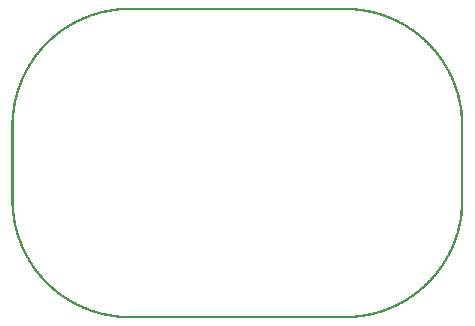
<source format=gbo>
G04 MADE WITH FRITZING*
G04 WWW.FRITZING.ORG*
G04 DOUBLE SIDED*
G04 HOLES PLATED*
G04 CONTOUR ON CENTER OF CONTOUR VECTOR*
%ASAXBY*%
%FSLAX23Y23*%
%MOIN*%
%OFA0B0*%
%SFA1.0B1.0*%
%ADD10R,0.001000X0.001000*%
%LNSILK0*%
G90*
G70*
G54D10*
X374Y1036D02*
X1132Y1036D01*
X360Y1035D02*
X1146Y1035D01*
X350Y1034D02*
X1156Y1034D01*
X341Y1033D02*
X1165Y1033D01*
X334Y1032D02*
X1172Y1032D01*
X328Y1031D02*
X1178Y1031D01*
X322Y1030D02*
X1184Y1030D01*
X317Y1029D02*
X1189Y1029D01*
X312Y1028D02*
X373Y1028D01*
X1133Y1028D02*
X1194Y1028D01*
X308Y1027D02*
X359Y1027D01*
X1147Y1027D02*
X1198Y1027D01*
X303Y1026D02*
X349Y1026D01*
X1157Y1026D02*
X1203Y1026D01*
X299Y1025D02*
X341Y1025D01*
X1165Y1025D02*
X1207Y1025D01*
X295Y1024D02*
X333Y1024D01*
X1173Y1024D02*
X1211Y1024D01*
X292Y1023D02*
X327Y1023D01*
X1179Y1023D02*
X1214Y1023D01*
X288Y1022D02*
X322Y1022D01*
X1184Y1022D02*
X1218Y1022D01*
X284Y1021D02*
X317Y1021D01*
X1189Y1021D02*
X1222Y1021D01*
X281Y1020D02*
X312Y1020D01*
X1194Y1020D02*
X1225Y1020D01*
X278Y1019D02*
X307Y1019D01*
X1199Y1019D02*
X1228Y1019D01*
X274Y1018D02*
X303Y1018D01*
X1203Y1018D02*
X1232Y1018D01*
X271Y1017D02*
X299Y1017D01*
X1207Y1017D02*
X1235Y1017D01*
X268Y1016D02*
X295Y1016D01*
X1211Y1016D02*
X1238Y1016D01*
X265Y1015D02*
X291Y1015D01*
X1215Y1015D02*
X1241Y1015D01*
X263Y1014D02*
X287Y1014D01*
X1219Y1014D02*
X1243Y1014D01*
X260Y1013D02*
X284Y1013D01*
X1222Y1013D02*
X1246Y1013D01*
X257Y1012D02*
X281Y1012D01*
X1225Y1012D02*
X1249Y1012D01*
X255Y1011D02*
X277Y1011D01*
X1229Y1011D02*
X1251Y1011D01*
X252Y1010D02*
X274Y1010D01*
X1232Y1010D02*
X1254Y1010D01*
X249Y1009D02*
X271Y1009D01*
X1234Y1009D02*
X1257Y1009D01*
X247Y1008D02*
X269Y1008D01*
X1237Y1008D02*
X1259Y1008D01*
X244Y1007D02*
X266Y1007D01*
X1240Y1007D02*
X1262Y1007D01*
X242Y1006D02*
X263Y1006D01*
X1243Y1006D02*
X1264Y1006D01*
X240Y1005D02*
X260Y1005D01*
X1246Y1005D02*
X1266Y1005D01*
X237Y1004D02*
X257Y1004D01*
X1249Y1004D02*
X1269Y1004D01*
X235Y1003D02*
X255Y1003D01*
X1251Y1003D02*
X1271Y1003D01*
X233Y1002D02*
X252Y1002D01*
X1254Y1002D02*
X1273Y1002D01*
X231Y1001D02*
X250Y1001D01*
X1256Y1001D02*
X1275Y1001D01*
X228Y1000D02*
X247Y1000D01*
X1259Y1000D02*
X1278Y1000D01*
X226Y999D02*
X245Y999D01*
X1261Y999D02*
X1280Y999D01*
X224Y998D02*
X242Y998D01*
X1264Y998D02*
X1282Y998D01*
X222Y997D02*
X240Y997D01*
X1266Y997D02*
X1284Y997D01*
X220Y996D02*
X238Y996D01*
X1268Y996D02*
X1286Y996D01*
X218Y995D02*
X235Y995D01*
X1271Y995D02*
X1288Y995D01*
X216Y994D02*
X233Y994D01*
X1273Y994D02*
X1290Y994D01*
X214Y993D02*
X231Y993D01*
X1275Y993D02*
X1292Y993D01*
X212Y992D02*
X229Y992D01*
X1277Y992D02*
X1294Y992D01*
X210Y991D02*
X227Y991D01*
X1279Y991D02*
X1296Y991D01*
X208Y990D02*
X225Y990D01*
X1281Y990D02*
X1298Y990D01*
X206Y989D02*
X223Y989D01*
X1283Y989D02*
X1300Y989D01*
X205Y988D02*
X221Y988D01*
X1285Y988D02*
X1301Y988D01*
X203Y987D02*
X219Y987D01*
X1287Y987D02*
X1303Y987D01*
X201Y986D02*
X217Y986D01*
X1289Y986D02*
X1305Y986D01*
X199Y985D02*
X215Y985D01*
X1291Y985D02*
X1307Y985D01*
X198Y984D02*
X213Y984D01*
X1293Y984D02*
X1308Y984D01*
X196Y983D02*
X211Y983D01*
X1295Y983D02*
X1310Y983D01*
X194Y982D02*
X209Y982D01*
X1297Y982D02*
X1312Y982D01*
X192Y981D02*
X207Y981D01*
X1299Y981D02*
X1314Y981D01*
X191Y980D02*
X205Y980D01*
X1301Y980D02*
X1315Y980D01*
X189Y979D02*
X204Y979D01*
X1302Y979D02*
X1317Y979D01*
X187Y978D02*
X202Y978D01*
X1304Y978D02*
X1319Y978D01*
X186Y977D02*
X200Y977D01*
X1306Y977D02*
X1320Y977D01*
X184Y976D02*
X199Y976D01*
X1307Y976D02*
X1322Y976D01*
X183Y975D02*
X197Y975D01*
X1309Y975D02*
X1323Y975D01*
X181Y974D02*
X195Y974D01*
X1311Y974D02*
X1325Y974D01*
X180Y973D02*
X193Y973D01*
X1313Y973D02*
X1326Y973D01*
X178Y972D02*
X192Y972D01*
X1314Y972D02*
X1328Y972D01*
X177Y971D02*
X190Y971D01*
X1316Y971D02*
X1329Y971D01*
X175Y970D02*
X189Y970D01*
X1317Y970D02*
X1331Y970D01*
X173Y969D02*
X187Y969D01*
X1319Y969D02*
X1333Y969D01*
X172Y968D02*
X185Y968D01*
X1321Y968D02*
X1334Y968D01*
X171Y967D02*
X184Y967D01*
X1322Y967D02*
X1335Y967D01*
X169Y966D02*
X182Y966D01*
X1324Y966D02*
X1337Y966D01*
X168Y965D02*
X181Y965D01*
X1325Y965D02*
X1338Y965D01*
X166Y964D02*
X179Y964D01*
X1327Y964D02*
X1340Y964D01*
X165Y963D02*
X178Y963D01*
X1328Y963D02*
X1341Y963D01*
X164Y962D02*
X176Y962D01*
X1330Y962D02*
X1342Y962D01*
X162Y961D02*
X175Y961D01*
X1331Y961D02*
X1344Y961D01*
X161Y960D02*
X173Y960D01*
X1333Y960D02*
X1345Y960D01*
X159Y959D02*
X172Y959D01*
X1334Y959D02*
X1347Y959D01*
X158Y958D02*
X171Y958D01*
X1335Y958D02*
X1348Y958D01*
X157Y957D02*
X169Y957D01*
X1337Y957D02*
X1349Y957D01*
X155Y956D02*
X168Y956D01*
X1338Y956D02*
X1351Y956D01*
X154Y955D02*
X166Y955D01*
X1340Y955D02*
X1352Y955D01*
X153Y954D02*
X165Y954D01*
X1341Y954D02*
X1353Y954D01*
X152Y953D02*
X164Y953D01*
X1342Y953D02*
X1354Y953D01*
X150Y952D02*
X162Y952D01*
X1344Y952D02*
X1356Y952D01*
X149Y951D02*
X161Y951D01*
X1345Y951D02*
X1357Y951D01*
X148Y950D02*
X160Y950D01*
X1346Y950D02*
X1358Y950D01*
X147Y949D02*
X158Y949D01*
X1348Y949D02*
X1359Y949D01*
X145Y948D02*
X157Y948D01*
X1349Y948D02*
X1361Y948D01*
X144Y947D02*
X156Y947D01*
X1350Y947D02*
X1362Y947D01*
X143Y946D02*
X155Y946D01*
X1351Y946D02*
X1363Y946D01*
X142Y945D02*
X153Y945D01*
X1353Y945D02*
X1364Y945D01*
X140Y944D02*
X152Y944D01*
X1354Y944D02*
X1366Y944D01*
X139Y943D02*
X151Y943D01*
X1355Y943D02*
X1367Y943D01*
X138Y942D02*
X150Y942D01*
X1356Y942D02*
X1368Y942D01*
X137Y941D02*
X148Y941D01*
X1358Y941D02*
X1369Y941D01*
X136Y940D02*
X147Y940D01*
X1359Y940D02*
X1370Y940D01*
X135Y939D02*
X146Y939D01*
X1360Y939D02*
X1371Y939D01*
X134Y938D02*
X145Y938D01*
X1361Y938D02*
X1372Y938D01*
X132Y937D02*
X144Y937D01*
X1362Y937D02*
X1374Y937D01*
X131Y936D02*
X142Y936D01*
X1364Y936D02*
X1375Y936D01*
X130Y935D02*
X141Y935D01*
X1365Y935D02*
X1376Y935D01*
X129Y934D02*
X140Y934D01*
X1366Y934D02*
X1377Y934D01*
X128Y933D02*
X139Y933D01*
X1367Y933D02*
X1378Y933D01*
X127Y932D02*
X138Y932D01*
X1368Y932D02*
X1379Y932D01*
X126Y931D02*
X137Y931D01*
X1369Y931D02*
X1380Y931D01*
X125Y930D02*
X135Y930D01*
X1371Y930D02*
X1381Y930D01*
X124Y929D02*
X134Y929D01*
X1372Y929D02*
X1382Y929D01*
X123Y928D02*
X133Y928D01*
X1373Y928D02*
X1383Y928D01*
X122Y927D02*
X132Y927D01*
X1374Y927D02*
X1384Y927D01*
X121Y926D02*
X131Y926D01*
X1375Y926D02*
X1385Y926D01*
X119Y925D02*
X130Y925D01*
X1376Y925D02*
X1387Y925D01*
X118Y924D02*
X129Y924D01*
X1377Y924D02*
X1388Y924D01*
X117Y923D02*
X128Y923D01*
X1378Y923D02*
X1389Y923D01*
X116Y922D02*
X127Y922D01*
X1379Y922D02*
X1390Y922D01*
X115Y921D02*
X126Y921D01*
X1380Y921D02*
X1391Y921D01*
X114Y920D02*
X125Y920D01*
X1381Y920D02*
X1392Y920D01*
X113Y919D02*
X124Y919D01*
X1382Y919D02*
X1393Y919D01*
X112Y918D02*
X123Y918D01*
X1383Y918D02*
X1394Y918D01*
X111Y917D02*
X122Y917D01*
X1384Y917D02*
X1394Y917D01*
X111Y916D02*
X121Y916D01*
X1385Y916D02*
X1395Y916D01*
X110Y915D02*
X120Y915D01*
X1386Y915D02*
X1396Y915D01*
X109Y914D02*
X119Y914D01*
X1387Y914D02*
X1397Y914D01*
X108Y913D02*
X118Y913D01*
X1388Y913D02*
X1398Y913D01*
X107Y912D02*
X117Y912D01*
X1389Y912D02*
X1399Y912D01*
X106Y911D02*
X116Y911D01*
X1390Y911D02*
X1400Y911D01*
X105Y910D02*
X115Y910D01*
X1391Y910D02*
X1401Y910D01*
X104Y909D02*
X114Y909D01*
X1392Y909D02*
X1402Y909D01*
X103Y908D02*
X113Y908D01*
X1393Y908D02*
X1403Y908D01*
X102Y907D02*
X112Y907D01*
X1394Y907D02*
X1404Y907D01*
X101Y906D02*
X111Y906D01*
X1395Y906D02*
X1405Y906D01*
X100Y905D02*
X110Y905D01*
X1396Y905D02*
X1406Y905D01*
X99Y904D02*
X109Y904D01*
X1397Y904D02*
X1407Y904D01*
X99Y903D02*
X108Y903D01*
X1398Y903D02*
X1407Y903D01*
X98Y902D02*
X107Y902D01*
X1399Y902D02*
X1408Y902D01*
X97Y901D02*
X106Y901D01*
X1400Y901D02*
X1409Y901D01*
X96Y900D02*
X106Y900D01*
X1400Y900D02*
X1410Y900D01*
X95Y899D02*
X105Y899D01*
X1401Y899D02*
X1411Y899D01*
X94Y898D02*
X104Y898D01*
X1402Y898D02*
X1412Y898D01*
X93Y897D02*
X103Y897D01*
X1403Y897D02*
X1413Y897D01*
X92Y896D02*
X102Y896D01*
X1404Y896D02*
X1414Y896D01*
X92Y895D02*
X101Y895D01*
X1405Y895D02*
X1414Y895D01*
X91Y894D02*
X100Y894D01*
X1406Y894D02*
X1415Y894D01*
X90Y893D02*
X99Y893D01*
X1407Y893D02*
X1416Y893D01*
X89Y892D02*
X99Y892D01*
X1407Y892D02*
X1417Y892D01*
X88Y891D02*
X98Y891D01*
X1408Y891D02*
X1418Y891D01*
X88Y890D02*
X97Y890D01*
X1409Y890D02*
X1418Y890D01*
X87Y889D02*
X96Y889D01*
X1410Y889D02*
X1419Y889D01*
X86Y888D02*
X95Y888D01*
X1411Y888D02*
X1420Y888D01*
X85Y887D02*
X94Y887D01*
X1412Y887D02*
X1421Y887D01*
X84Y886D02*
X94Y886D01*
X1412Y886D02*
X1422Y886D01*
X84Y885D02*
X93Y885D01*
X1413Y885D02*
X1422Y885D01*
X83Y884D02*
X92Y884D01*
X1414Y884D02*
X1423Y884D01*
X82Y883D02*
X91Y883D01*
X1415Y883D02*
X1424Y883D01*
X81Y882D02*
X90Y882D01*
X1416Y882D02*
X1425Y882D01*
X80Y881D02*
X90Y881D01*
X1416Y881D02*
X1425Y881D01*
X80Y880D02*
X89Y880D01*
X1417Y880D02*
X1426Y880D01*
X79Y879D02*
X88Y879D01*
X1418Y879D02*
X1427Y879D01*
X78Y878D02*
X87Y878D01*
X1419Y878D02*
X1428Y878D01*
X77Y877D02*
X86Y877D01*
X1420Y877D02*
X1429Y877D01*
X77Y876D02*
X86Y876D01*
X1420Y876D02*
X1429Y876D01*
X76Y875D02*
X85Y875D01*
X1421Y875D02*
X1430Y875D01*
X75Y874D02*
X84Y874D01*
X1422Y874D02*
X1431Y874D01*
X75Y873D02*
X83Y873D01*
X1423Y873D02*
X1431Y873D01*
X74Y872D02*
X83Y872D01*
X1423Y872D02*
X1432Y872D01*
X73Y871D02*
X82Y871D01*
X1424Y871D02*
X1433Y871D01*
X72Y870D02*
X81Y870D01*
X1425Y870D02*
X1434Y870D01*
X72Y869D02*
X81Y869D01*
X1425Y869D02*
X1434Y869D01*
X71Y868D02*
X80Y868D01*
X1426Y868D02*
X1435Y868D01*
X70Y867D02*
X79Y867D01*
X1427Y867D02*
X1436Y867D01*
X70Y866D02*
X78Y866D01*
X1428Y866D02*
X1436Y866D01*
X69Y865D02*
X78Y865D01*
X1428Y865D02*
X1437Y865D01*
X68Y864D02*
X77Y864D01*
X1429Y864D02*
X1438Y864D01*
X68Y863D02*
X76Y863D01*
X1430Y863D02*
X1438Y863D01*
X67Y862D02*
X76Y862D01*
X1430Y862D02*
X1439Y862D01*
X66Y861D02*
X75Y861D01*
X1431Y861D02*
X1440Y861D01*
X66Y860D02*
X74Y860D01*
X1432Y860D02*
X1440Y860D01*
X65Y859D02*
X73Y859D01*
X1433Y859D02*
X1441Y859D01*
X64Y858D02*
X73Y858D01*
X1433Y858D02*
X1442Y858D01*
X64Y857D02*
X72Y857D01*
X1434Y857D02*
X1442Y857D01*
X63Y856D02*
X71Y856D01*
X1435Y856D02*
X1443Y856D01*
X62Y855D02*
X71Y855D01*
X1435Y855D02*
X1444Y855D01*
X62Y854D02*
X70Y854D01*
X1436Y854D02*
X1444Y854D01*
X61Y853D02*
X69Y853D01*
X1437Y853D02*
X1445Y853D01*
X60Y852D02*
X69Y852D01*
X1437Y852D02*
X1446Y852D01*
X60Y851D02*
X68Y851D01*
X1438Y851D02*
X1446Y851D01*
X59Y850D02*
X68Y850D01*
X1438Y850D02*
X1447Y850D01*
X59Y849D02*
X67Y849D01*
X1439Y849D02*
X1447Y849D01*
X58Y848D02*
X66Y848D01*
X1440Y848D02*
X1448Y848D01*
X57Y847D02*
X66Y847D01*
X1440Y847D02*
X1449Y847D01*
X57Y846D02*
X65Y846D01*
X1441Y846D02*
X1449Y846D01*
X56Y845D02*
X64Y845D01*
X1442Y845D02*
X1450Y845D01*
X56Y844D02*
X64Y844D01*
X1442Y844D02*
X1450Y844D01*
X55Y843D02*
X63Y843D01*
X1443Y843D02*
X1451Y843D01*
X54Y842D02*
X62Y842D01*
X1444Y842D02*
X1452Y842D01*
X54Y841D02*
X62Y841D01*
X1444Y841D02*
X1452Y841D01*
X53Y840D02*
X61Y840D01*
X1445Y840D02*
X1453Y840D01*
X53Y839D02*
X61Y839D01*
X1445Y839D02*
X1453Y839D01*
X52Y838D02*
X60Y838D01*
X1446Y838D02*
X1454Y838D01*
X52Y837D02*
X60Y837D01*
X1446Y837D02*
X1454Y837D01*
X51Y836D02*
X59Y836D01*
X1447Y836D02*
X1455Y836D01*
X50Y835D02*
X58Y835D01*
X1448Y835D02*
X1456Y835D01*
X50Y834D02*
X58Y834D01*
X1448Y834D02*
X1456Y834D01*
X49Y833D02*
X57Y833D01*
X1449Y833D02*
X1457Y833D01*
X49Y832D02*
X57Y832D01*
X1449Y832D02*
X1457Y832D01*
X48Y831D02*
X56Y831D01*
X1450Y831D02*
X1458Y831D01*
X48Y830D02*
X56Y830D01*
X1450Y830D02*
X1458Y830D01*
X47Y829D02*
X55Y829D01*
X1451Y829D02*
X1459Y829D01*
X46Y828D02*
X54Y828D01*
X1452Y828D02*
X1460Y828D01*
X46Y827D02*
X54Y827D01*
X1452Y827D02*
X1460Y827D01*
X45Y826D02*
X53Y826D01*
X1453Y826D02*
X1461Y826D01*
X45Y825D02*
X53Y825D01*
X1453Y825D02*
X1461Y825D01*
X44Y824D02*
X52Y824D01*
X1454Y824D02*
X1462Y824D01*
X44Y823D02*
X52Y823D01*
X1454Y823D02*
X1462Y823D01*
X43Y822D02*
X51Y822D01*
X1455Y822D02*
X1463Y822D01*
X43Y821D02*
X51Y821D01*
X1455Y821D02*
X1463Y821D01*
X42Y820D02*
X50Y820D01*
X1456Y820D02*
X1464Y820D01*
X42Y819D02*
X50Y819D01*
X1456Y819D02*
X1464Y819D01*
X41Y818D02*
X49Y818D01*
X1457Y818D02*
X1465Y818D01*
X41Y817D02*
X49Y817D01*
X1457Y817D02*
X1465Y817D01*
X40Y816D02*
X48Y816D01*
X1458Y816D02*
X1466Y816D01*
X40Y815D02*
X48Y815D01*
X1458Y815D02*
X1466Y815D01*
X39Y814D02*
X47Y814D01*
X1459Y814D02*
X1467Y814D01*
X39Y813D02*
X47Y813D01*
X1459Y813D02*
X1467Y813D01*
X38Y812D02*
X46Y812D01*
X1460Y812D02*
X1468Y812D01*
X38Y811D02*
X46Y811D01*
X1460Y811D02*
X1468Y811D01*
X37Y810D02*
X45Y810D01*
X1461Y810D02*
X1469Y810D01*
X37Y809D02*
X45Y809D01*
X1461Y809D02*
X1469Y809D01*
X37Y808D02*
X44Y808D01*
X1462Y808D02*
X1469Y808D01*
X36Y807D02*
X44Y807D01*
X1462Y807D02*
X1470Y807D01*
X36Y806D02*
X43Y806D01*
X1463Y806D02*
X1470Y806D01*
X35Y805D02*
X43Y805D01*
X1463Y805D02*
X1471Y805D01*
X35Y804D02*
X42Y804D01*
X1464Y804D02*
X1471Y804D01*
X34Y803D02*
X42Y803D01*
X1464Y803D02*
X1472Y803D01*
X34Y802D02*
X41Y802D01*
X1465Y802D02*
X1472Y802D01*
X33Y801D02*
X41Y801D01*
X1465Y801D02*
X1473Y801D01*
X33Y800D02*
X41Y800D01*
X1465Y800D02*
X1473Y800D01*
X33Y799D02*
X40Y799D01*
X1466Y799D02*
X1473Y799D01*
X32Y798D02*
X40Y798D01*
X1466Y798D02*
X1474Y798D01*
X32Y797D02*
X39Y797D01*
X1467Y797D02*
X1474Y797D01*
X31Y796D02*
X39Y796D01*
X1467Y796D02*
X1475Y796D01*
X31Y795D02*
X38Y795D01*
X1468Y795D02*
X1475Y795D01*
X30Y794D02*
X38Y794D01*
X1468Y794D02*
X1476Y794D01*
X30Y793D02*
X37Y793D01*
X1469Y793D02*
X1476Y793D01*
X30Y792D02*
X37Y792D01*
X1469Y792D02*
X1476Y792D01*
X29Y791D02*
X37Y791D01*
X1469Y791D02*
X1477Y791D01*
X29Y790D02*
X36Y790D01*
X1470Y790D02*
X1477Y790D01*
X28Y789D02*
X36Y789D01*
X1470Y789D02*
X1478Y789D01*
X28Y788D02*
X35Y788D01*
X1471Y788D02*
X1478Y788D01*
X28Y787D02*
X35Y787D01*
X1471Y787D02*
X1478Y787D01*
X27Y786D02*
X35Y786D01*
X1471Y786D02*
X1479Y786D01*
X27Y785D02*
X34Y785D01*
X1472Y785D02*
X1479Y785D01*
X26Y784D02*
X34Y784D01*
X1472Y784D02*
X1480Y784D01*
X26Y783D02*
X33Y783D01*
X1473Y783D02*
X1480Y783D01*
X26Y782D02*
X33Y782D01*
X1473Y782D02*
X1480Y782D01*
X25Y781D02*
X33Y781D01*
X1473Y781D02*
X1481Y781D01*
X25Y780D02*
X32Y780D01*
X1474Y780D02*
X1481Y780D01*
X24Y779D02*
X32Y779D01*
X1474Y779D02*
X1482Y779D01*
X24Y778D02*
X31Y778D01*
X1475Y778D02*
X1482Y778D01*
X24Y777D02*
X31Y777D01*
X1475Y777D02*
X1482Y777D01*
X23Y776D02*
X31Y776D01*
X1475Y776D02*
X1483Y776D01*
X23Y775D02*
X30Y775D01*
X1476Y775D02*
X1483Y775D01*
X23Y774D02*
X30Y774D01*
X1476Y774D02*
X1483Y774D01*
X22Y773D02*
X30Y773D01*
X1476Y773D02*
X1484Y773D01*
X22Y772D02*
X29Y772D01*
X1477Y772D02*
X1484Y772D01*
X22Y771D02*
X29Y771D01*
X1477Y771D02*
X1484Y771D01*
X21Y770D02*
X29Y770D01*
X1477Y770D02*
X1485Y770D01*
X21Y769D02*
X28Y769D01*
X1478Y769D02*
X1485Y769D01*
X21Y768D02*
X28Y768D01*
X1478Y768D02*
X1485Y768D01*
X20Y767D02*
X28Y767D01*
X1478Y767D02*
X1486Y767D01*
X20Y766D02*
X27Y766D01*
X1479Y766D02*
X1486Y766D01*
X20Y765D02*
X27Y765D01*
X1479Y765D02*
X1486Y765D01*
X19Y764D02*
X27Y764D01*
X1479Y764D02*
X1487Y764D01*
X19Y763D02*
X26Y763D01*
X1480Y763D02*
X1487Y763D01*
X19Y762D02*
X26Y762D01*
X1480Y762D02*
X1487Y762D01*
X18Y761D02*
X26Y761D01*
X1480Y761D02*
X1488Y761D01*
X18Y760D02*
X25Y760D01*
X1481Y760D02*
X1488Y760D01*
X18Y759D02*
X25Y759D01*
X1481Y759D02*
X1488Y759D01*
X17Y758D02*
X25Y758D01*
X1481Y758D02*
X1489Y758D01*
X17Y757D02*
X24Y757D01*
X1482Y757D02*
X1489Y757D01*
X17Y756D02*
X24Y756D01*
X1482Y756D02*
X1489Y756D01*
X16Y755D02*
X24Y755D01*
X1482Y755D02*
X1490Y755D01*
X16Y754D02*
X23Y754D01*
X1483Y754D02*
X1490Y754D01*
X16Y753D02*
X23Y753D01*
X1483Y753D02*
X1490Y753D01*
X16Y752D02*
X23Y752D01*
X1483Y752D02*
X1490Y752D01*
X15Y751D02*
X22Y751D01*
X1484Y751D02*
X1491Y751D01*
X15Y750D02*
X22Y750D01*
X1484Y750D02*
X1491Y750D01*
X15Y749D02*
X22Y749D01*
X1484Y749D02*
X1491Y749D01*
X14Y748D02*
X22Y748D01*
X1484Y748D02*
X1492Y748D01*
X14Y747D02*
X21Y747D01*
X1485Y747D02*
X1492Y747D01*
X14Y746D02*
X21Y746D01*
X1485Y746D02*
X1492Y746D01*
X14Y745D02*
X21Y745D01*
X1485Y745D02*
X1492Y745D01*
X13Y744D02*
X20Y744D01*
X1486Y744D02*
X1493Y744D01*
X13Y743D02*
X20Y743D01*
X1486Y743D02*
X1493Y743D01*
X13Y742D02*
X20Y742D01*
X1486Y742D02*
X1493Y742D01*
X13Y741D02*
X20Y741D01*
X1486Y741D02*
X1493Y741D01*
X12Y740D02*
X19Y740D01*
X1487Y740D02*
X1494Y740D01*
X12Y739D02*
X19Y739D01*
X1487Y739D02*
X1494Y739D01*
X12Y738D02*
X19Y738D01*
X1487Y738D02*
X1494Y738D01*
X12Y737D02*
X19Y737D01*
X1487Y737D02*
X1494Y737D01*
X11Y736D02*
X18Y736D01*
X1488Y736D02*
X1495Y736D01*
X11Y735D02*
X18Y735D01*
X1488Y735D02*
X1495Y735D01*
X11Y734D02*
X18Y734D01*
X1488Y734D02*
X1495Y734D01*
X11Y733D02*
X18Y733D01*
X1488Y733D02*
X1495Y733D01*
X10Y732D02*
X17Y732D01*
X1489Y732D02*
X1496Y732D01*
X10Y731D02*
X17Y731D01*
X1489Y731D02*
X1496Y731D01*
X10Y730D02*
X17Y730D01*
X1489Y730D02*
X1496Y730D01*
X10Y729D02*
X17Y729D01*
X1489Y729D02*
X1496Y729D01*
X9Y728D02*
X17Y728D01*
X1489Y728D02*
X1497Y728D01*
X9Y727D02*
X16Y727D01*
X1490Y727D02*
X1497Y727D01*
X9Y726D02*
X16Y726D01*
X1490Y726D02*
X1497Y726D01*
X9Y725D02*
X16Y725D01*
X1490Y725D02*
X1497Y725D01*
X9Y724D02*
X16Y724D01*
X1490Y724D02*
X1497Y724D01*
X8Y723D02*
X15Y723D01*
X1491Y723D02*
X1498Y723D01*
X8Y722D02*
X15Y722D01*
X1491Y722D02*
X1498Y722D01*
X8Y721D02*
X15Y721D01*
X1491Y721D02*
X1498Y721D01*
X8Y720D02*
X15Y720D01*
X1491Y720D02*
X1498Y720D01*
X8Y719D02*
X15Y719D01*
X1491Y719D02*
X1498Y719D01*
X7Y718D02*
X14Y718D01*
X1492Y718D02*
X1499Y718D01*
X7Y717D02*
X14Y717D01*
X1492Y717D02*
X1499Y717D01*
X7Y716D02*
X14Y716D01*
X1492Y716D02*
X1499Y716D01*
X7Y715D02*
X14Y715D01*
X1492Y715D02*
X1499Y715D01*
X7Y714D02*
X14Y714D01*
X1492Y714D02*
X1499Y714D01*
X6Y713D02*
X13Y713D01*
X1493Y713D02*
X1500Y713D01*
X6Y712D02*
X13Y712D01*
X1493Y712D02*
X1500Y712D01*
X6Y711D02*
X13Y711D01*
X1493Y711D02*
X1500Y711D01*
X6Y710D02*
X13Y710D01*
X1493Y710D02*
X1500Y710D01*
X6Y709D02*
X13Y709D01*
X1493Y709D02*
X1500Y709D01*
X6Y708D02*
X13Y708D01*
X1493Y708D02*
X1500Y708D01*
X5Y707D02*
X12Y707D01*
X1494Y707D02*
X1501Y707D01*
X5Y706D02*
X12Y706D01*
X1494Y706D02*
X1501Y706D01*
X5Y705D02*
X12Y705D01*
X1494Y705D02*
X1501Y705D01*
X5Y704D02*
X12Y704D01*
X1494Y704D02*
X1501Y704D01*
X5Y703D02*
X12Y703D01*
X1494Y703D02*
X1501Y703D01*
X5Y702D02*
X12Y702D01*
X1494Y702D02*
X1501Y702D01*
X4Y701D02*
X11Y701D01*
X1495Y701D02*
X1502Y701D01*
X4Y700D02*
X11Y700D01*
X1495Y700D02*
X1502Y700D01*
X4Y699D02*
X11Y699D01*
X1495Y699D02*
X1502Y699D01*
X4Y698D02*
X11Y698D01*
X1495Y698D02*
X1502Y698D01*
X4Y697D02*
X11Y697D01*
X1495Y697D02*
X1502Y697D01*
X4Y696D02*
X11Y696D01*
X1495Y696D02*
X1502Y696D01*
X4Y695D02*
X11Y695D01*
X1495Y695D02*
X1502Y695D01*
X3Y694D02*
X10Y694D01*
X1496Y694D02*
X1503Y694D01*
X3Y693D02*
X10Y693D01*
X1496Y693D02*
X1503Y693D01*
X3Y692D02*
X10Y692D01*
X1496Y692D02*
X1503Y692D01*
X3Y691D02*
X10Y691D01*
X1496Y691D02*
X1503Y691D01*
X3Y690D02*
X10Y690D01*
X1496Y690D02*
X1503Y690D01*
X3Y689D02*
X10Y689D01*
X1496Y689D02*
X1503Y689D01*
X3Y688D02*
X10Y688D01*
X1496Y688D02*
X1503Y688D01*
X3Y687D02*
X10Y687D01*
X1496Y687D02*
X1503Y687D01*
X2Y686D02*
X9Y686D01*
X1497Y686D02*
X1504Y686D01*
X2Y685D02*
X9Y685D01*
X1497Y685D02*
X1504Y685D01*
X2Y684D02*
X9Y684D01*
X1497Y684D02*
X1504Y684D01*
X2Y683D02*
X9Y683D01*
X1497Y683D02*
X1504Y683D01*
X2Y682D02*
X9Y682D01*
X1497Y682D02*
X1504Y682D01*
X2Y681D02*
X9Y681D01*
X1497Y681D02*
X1504Y681D01*
X2Y680D02*
X9Y680D01*
X1497Y680D02*
X1504Y680D01*
X2Y679D02*
X9Y679D01*
X1497Y679D02*
X1504Y679D01*
X2Y678D02*
X9Y678D01*
X1497Y678D02*
X1504Y678D01*
X2Y677D02*
X9Y677D01*
X1497Y677D02*
X1504Y677D01*
X1Y676D02*
X8Y676D01*
X1498Y676D02*
X1505Y676D01*
X1Y675D02*
X8Y675D01*
X1498Y675D02*
X1505Y675D01*
X1Y674D02*
X8Y674D01*
X1498Y674D02*
X1505Y674D01*
X1Y673D02*
X8Y673D01*
X1498Y673D02*
X1505Y673D01*
X1Y672D02*
X8Y672D01*
X1498Y672D02*
X1505Y672D01*
X1Y671D02*
X8Y671D01*
X1498Y671D02*
X1505Y671D01*
X1Y670D02*
X8Y670D01*
X1498Y670D02*
X1505Y670D01*
X1Y669D02*
X8Y669D01*
X1498Y669D02*
X1505Y669D01*
X1Y668D02*
X8Y668D01*
X1498Y668D02*
X1505Y668D01*
X1Y667D02*
X8Y667D01*
X1498Y667D02*
X1505Y667D01*
X1Y666D02*
X8Y666D01*
X1498Y666D02*
X1505Y666D01*
X1Y665D02*
X8Y665D01*
X1498Y665D02*
X1505Y665D01*
X1Y664D02*
X8Y664D01*
X1498Y664D02*
X1505Y664D01*
X1Y663D02*
X8Y663D01*
X1498Y663D02*
X1505Y663D01*
X0Y662D02*
X7Y662D01*
X1498Y662D02*
X1506Y662D01*
X0Y661D02*
X7Y661D01*
X1499Y661D02*
X1506Y661D01*
X0Y660D02*
X7Y660D01*
X1499Y660D02*
X1506Y660D01*
X0Y659D02*
X7Y659D01*
X1499Y659D02*
X1506Y659D01*
X0Y658D02*
X7Y658D01*
X1499Y658D02*
X1506Y658D01*
X0Y657D02*
X7Y657D01*
X1499Y657D02*
X1506Y657D01*
X0Y656D02*
X7Y656D01*
X1499Y656D02*
X1506Y656D01*
X0Y655D02*
X7Y655D01*
X1499Y655D02*
X1506Y655D01*
X0Y654D02*
X7Y654D01*
X1499Y654D02*
X1506Y654D01*
X0Y653D02*
X7Y653D01*
X1499Y653D02*
X1506Y653D01*
X0Y652D02*
X7Y652D01*
X1499Y652D02*
X1506Y652D01*
X0Y651D02*
X7Y651D01*
X1499Y651D02*
X1506Y651D01*
X0Y650D02*
X7Y650D01*
X1499Y650D02*
X1506Y650D01*
X0Y649D02*
X7Y649D01*
X1499Y649D02*
X1506Y649D01*
X0Y648D02*
X7Y648D01*
X1499Y648D02*
X1506Y648D01*
X0Y647D02*
X7Y647D01*
X1499Y647D02*
X1506Y647D01*
X0Y646D02*
X7Y646D01*
X1499Y646D02*
X1506Y646D01*
X0Y645D02*
X7Y645D01*
X1499Y645D02*
X1506Y645D01*
X0Y644D02*
X7Y644D01*
X1499Y644D02*
X1506Y644D01*
X0Y643D02*
X7Y643D01*
X1499Y643D02*
X1506Y643D01*
X0Y642D02*
X7Y642D01*
X1499Y642D02*
X1506Y642D01*
X0Y641D02*
X7Y641D01*
X1499Y641D02*
X1506Y641D01*
X0Y640D02*
X7Y640D01*
X1499Y640D02*
X1506Y640D01*
X0Y639D02*
X7Y639D01*
X1499Y639D02*
X1506Y639D01*
X0Y638D02*
X7Y638D01*
X1499Y638D02*
X1506Y638D01*
X0Y637D02*
X7Y637D01*
X1499Y637D02*
X1506Y637D01*
X0Y636D02*
X7Y636D01*
X1499Y636D02*
X1506Y636D01*
X0Y635D02*
X7Y635D01*
X1499Y635D02*
X1506Y635D01*
X0Y634D02*
X7Y634D01*
X1499Y634D02*
X1506Y634D01*
X0Y633D02*
X7Y633D01*
X1499Y633D02*
X1506Y633D01*
X0Y632D02*
X7Y632D01*
X1499Y632D02*
X1506Y632D01*
X0Y631D02*
X7Y631D01*
X1499Y631D02*
X1506Y631D01*
X0Y630D02*
X7Y630D01*
X1499Y630D02*
X1506Y630D01*
X0Y629D02*
X7Y629D01*
X1499Y629D02*
X1506Y629D01*
X0Y628D02*
X7Y628D01*
X1499Y628D02*
X1506Y628D01*
X0Y627D02*
X7Y627D01*
X1499Y627D02*
X1506Y627D01*
X0Y626D02*
X7Y626D01*
X1499Y626D02*
X1506Y626D01*
X0Y625D02*
X7Y625D01*
X1499Y625D02*
X1506Y625D01*
X0Y624D02*
X7Y624D01*
X1499Y624D02*
X1506Y624D01*
X0Y623D02*
X7Y623D01*
X1499Y623D02*
X1506Y623D01*
X0Y622D02*
X7Y622D01*
X1499Y622D02*
X1506Y622D01*
X0Y621D02*
X7Y621D01*
X1499Y621D02*
X1506Y621D01*
X0Y620D02*
X7Y620D01*
X1499Y620D02*
X1506Y620D01*
X0Y619D02*
X7Y619D01*
X1499Y619D02*
X1506Y619D01*
X0Y618D02*
X7Y618D01*
X1499Y618D02*
X1506Y618D01*
X0Y617D02*
X7Y617D01*
X1499Y617D02*
X1506Y617D01*
X0Y616D02*
X7Y616D01*
X1499Y616D02*
X1506Y616D01*
X0Y615D02*
X7Y615D01*
X1499Y615D02*
X1506Y615D01*
X0Y614D02*
X7Y614D01*
X1499Y614D02*
X1506Y614D01*
X0Y613D02*
X7Y613D01*
X1499Y613D02*
X1506Y613D01*
X0Y612D02*
X7Y612D01*
X1499Y612D02*
X1506Y612D01*
X0Y611D02*
X7Y611D01*
X1499Y611D02*
X1506Y611D01*
X0Y610D02*
X7Y610D01*
X1499Y610D02*
X1506Y610D01*
X0Y609D02*
X7Y609D01*
X1499Y609D02*
X1506Y609D01*
X0Y608D02*
X7Y608D01*
X1499Y608D02*
X1506Y608D01*
X0Y607D02*
X7Y607D01*
X1499Y607D02*
X1506Y607D01*
X0Y606D02*
X7Y606D01*
X1499Y606D02*
X1506Y606D01*
X0Y605D02*
X7Y605D01*
X1499Y605D02*
X1506Y605D01*
X0Y604D02*
X7Y604D01*
X1499Y604D02*
X1506Y604D01*
X0Y603D02*
X7Y603D01*
X1499Y603D02*
X1506Y603D01*
X0Y602D02*
X7Y602D01*
X1499Y602D02*
X1506Y602D01*
X0Y601D02*
X7Y601D01*
X1499Y601D02*
X1506Y601D01*
X0Y600D02*
X7Y600D01*
X1499Y600D02*
X1506Y600D01*
X0Y599D02*
X7Y599D01*
X1499Y599D02*
X1506Y599D01*
X0Y598D02*
X7Y598D01*
X1499Y598D02*
X1506Y598D01*
X0Y597D02*
X7Y597D01*
X1499Y597D02*
X1506Y597D01*
X0Y596D02*
X7Y596D01*
X1499Y596D02*
X1506Y596D01*
X0Y595D02*
X7Y595D01*
X1499Y595D02*
X1506Y595D01*
X0Y594D02*
X7Y594D01*
X1499Y594D02*
X1506Y594D01*
X0Y593D02*
X7Y593D01*
X1499Y593D02*
X1506Y593D01*
X0Y592D02*
X7Y592D01*
X1499Y592D02*
X1506Y592D01*
X0Y591D02*
X7Y591D01*
X1499Y591D02*
X1506Y591D01*
X0Y590D02*
X7Y590D01*
X1499Y590D02*
X1506Y590D01*
X0Y589D02*
X7Y589D01*
X1499Y589D02*
X1506Y589D01*
X0Y588D02*
X7Y588D01*
X1499Y588D02*
X1506Y588D01*
X0Y587D02*
X7Y587D01*
X1499Y587D02*
X1506Y587D01*
X0Y586D02*
X7Y586D01*
X1499Y586D02*
X1506Y586D01*
X0Y585D02*
X7Y585D01*
X1499Y585D02*
X1506Y585D01*
X0Y584D02*
X7Y584D01*
X1499Y584D02*
X1506Y584D01*
X0Y583D02*
X7Y583D01*
X1499Y583D02*
X1506Y583D01*
X0Y582D02*
X7Y582D01*
X1499Y582D02*
X1506Y582D01*
X0Y581D02*
X7Y581D01*
X1499Y581D02*
X1506Y581D01*
X0Y580D02*
X7Y580D01*
X1499Y580D02*
X1506Y580D01*
X0Y579D02*
X7Y579D01*
X1499Y579D02*
X1506Y579D01*
X0Y578D02*
X7Y578D01*
X1499Y578D02*
X1506Y578D01*
X0Y577D02*
X7Y577D01*
X1499Y577D02*
X1506Y577D01*
X0Y576D02*
X7Y576D01*
X1499Y576D02*
X1506Y576D01*
X0Y575D02*
X7Y575D01*
X1499Y575D02*
X1506Y575D01*
X0Y574D02*
X7Y574D01*
X1499Y574D02*
X1506Y574D01*
X0Y573D02*
X7Y573D01*
X1499Y573D02*
X1506Y573D01*
X0Y572D02*
X7Y572D01*
X1499Y572D02*
X1506Y572D01*
X0Y571D02*
X7Y571D01*
X1499Y571D02*
X1506Y571D01*
X0Y570D02*
X7Y570D01*
X1499Y570D02*
X1506Y570D01*
X0Y569D02*
X7Y569D01*
X1499Y569D02*
X1506Y569D01*
X0Y568D02*
X7Y568D01*
X1499Y568D02*
X1506Y568D01*
X0Y567D02*
X7Y567D01*
X1499Y567D02*
X1506Y567D01*
X0Y566D02*
X7Y566D01*
X1499Y566D02*
X1506Y566D01*
X0Y565D02*
X7Y565D01*
X1499Y565D02*
X1506Y565D01*
X0Y564D02*
X7Y564D01*
X1499Y564D02*
X1506Y564D01*
X0Y563D02*
X7Y563D01*
X1499Y563D02*
X1506Y563D01*
X0Y562D02*
X7Y562D01*
X1499Y562D02*
X1506Y562D01*
X0Y561D02*
X7Y561D01*
X1499Y561D02*
X1506Y561D01*
X0Y560D02*
X7Y560D01*
X1499Y560D02*
X1506Y560D01*
X0Y559D02*
X7Y559D01*
X1499Y559D02*
X1506Y559D01*
X0Y558D02*
X7Y558D01*
X1499Y558D02*
X1506Y558D01*
X0Y557D02*
X7Y557D01*
X1499Y557D02*
X1506Y557D01*
X0Y556D02*
X7Y556D01*
X1499Y556D02*
X1506Y556D01*
X0Y555D02*
X7Y555D01*
X1499Y555D02*
X1506Y555D01*
X0Y554D02*
X7Y554D01*
X1499Y554D02*
X1506Y554D01*
X0Y553D02*
X7Y553D01*
X1499Y553D02*
X1506Y553D01*
X0Y552D02*
X7Y552D01*
X1499Y552D02*
X1506Y552D01*
X0Y551D02*
X7Y551D01*
X1499Y551D02*
X1506Y551D01*
X0Y550D02*
X7Y550D01*
X1499Y550D02*
X1506Y550D01*
X0Y549D02*
X7Y549D01*
X1499Y549D02*
X1506Y549D01*
X0Y548D02*
X7Y548D01*
X1499Y548D02*
X1506Y548D01*
X0Y547D02*
X7Y547D01*
X1499Y547D02*
X1506Y547D01*
X0Y546D02*
X7Y546D01*
X1499Y546D02*
X1506Y546D01*
X0Y545D02*
X7Y545D01*
X1499Y545D02*
X1506Y545D01*
X0Y544D02*
X7Y544D01*
X1499Y544D02*
X1506Y544D01*
X0Y543D02*
X7Y543D01*
X1499Y543D02*
X1506Y543D01*
X0Y542D02*
X7Y542D01*
X1499Y542D02*
X1506Y542D01*
X0Y541D02*
X7Y541D01*
X1499Y541D02*
X1506Y541D01*
X0Y540D02*
X7Y540D01*
X1499Y540D02*
X1506Y540D01*
X0Y539D02*
X7Y539D01*
X1499Y539D02*
X1506Y539D01*
X0Y538D02*
X7Y538D01*
X1499Y538D02*
X1506Y538D01*
X0Y537D02*
X7Y537D01*
X1499Y537D02*
X1506Y537D01*
X0Y536D02*
X7Y536D01*
X1499Y536D02*
X1506Y536D01*
X0Y535D02*
X7Y535D01*
X1499Y535D02*
X1506Y535D01*
X0Y534D02*
X7Y534D01*
X1499Y534D02*
X1506Y534D01*
X0Y533D02*
X7Y533D01*
X1499Y533D02*
X1506Y533D01*
X0Y532D02*
X7Y532D01*
X1499Y532D02*
X1506Y532D01*
X0Y531D02*
X7Y531D01*
X1499Y531D02*
X1506Y531D01*
X0Y530D02*
X7Y530D01*
X1499Y530D02*
X1506Y530D01*
X0Y529D02*
X7Y529D01*
X1499Y529D02*
X1506Y529D01*
X0Y528D02*
X7Y528D01*
X1499Y528D02*
X1506Y528D01*
X0Y527D02*
X7Y527D01*
X1499Y527D02*
X1506Y527D01*
X0Y526D02*
X7Y526D01*
X1499Y526D02*
X1506Y526D01*
X0Y525D02*
X7Y525D01*
X1499Y525D02*
X1506Y525D01*
X0Y524D02*
X7Y524D01*
X1499Y524D02*
X1506Y524D01*
X0Y523D02*
X7Y523D01*
X1499Y523D02*
X1506Y523D01*
X0Y522D02*
X7Y522D01*
X1499Y522D02*
X1506Y522D01*
X0Y521D02*
X7Y521D01*
X1499Y521D02*
X1506Y521D01*
X0Y520D02*
X7Y520D01*
X1499Y520D02*
X1506Y520D01*
X0Y519D02*
X7Y519D01*
X1499Y519D02*
X1506Y519D01*
X0Y518D02*
X7Y518D01*
X1499Y518D02*
X1506Y518D01*
X0Y517D02*
X7Y517D01*
X1499Y517D02*
X1506Y517D01*
X0Y516D02*
X7Y516D01*
X1499Y516D02*
X1506Y516D01*
X0Y515D02*
X7Y515D01*
X1499Y515D02*
X1506Y515D01*
X0Y514D02*
X7Y514D01*
X1499Y514D02*
X1506Y514D01*
X0Y513D02*
X7Y513D01*
X1499Y513D02*
X1506Y513D01*
X0Y512D02*
X7Y512D01*
X1499Y512D02*
X1506Y512D01*
X0Y511D02*
X7Y511D01*
X1499Y511D02*
X1506Y511D01*
X0Y510D02*
X7Y510D01*
X1499Y510D02*
X1506Y510D01*
X0Y509D02*
X7Y509D01*
X1499Y509D02*
X1506Y509D01*
X0Y508D02*
X7Y508D01*
X1499Y508D02*
X1506Y508D01*
X0Y507D02*
X7Y507D01*
X1499Y507D02*
X1506Y507D01*
X0Y506D02*
X7Y506D01*
X1499Y506D02*
X1506Y506D01*
X0Y505D02*
X7Y505D01*
X1499Y505D02*
X1506Y505D01*
X0Y504D02*
X7Y504D01*
X1499Y504D02*
X1506Y504D01*
X0Y503D02*
X7Y503D01*
X1499Y503D02*
X1506Y503D01*
X0Y502D02*
X7Y502D01*
X1499Y502D02*
X1506Y502D01*
X0Y501D02*
X7Y501D01*
X1499Y501D02*
X1506Y501D01*
X0Y500D02*
X7Y500D01*
X1499Y500D02*
X1506Y500D01*
X0Y499D02*
X7Y499D01*
X1499Y499D02*
X1506Y499D01*
X0Y498D02*
X7Y498D01*
X1499Y498D02*
X1506Y498D01*
X0Y497D02*
X7Y497D01*
X1499Y497D02*
X1506Y497D01*
X0Y496D02*
X7Y496D01*
X1499Y496D02*
X1506Y496D01*
X0Y495D02*
X7Y495D01*
X1499Y495D02*
X1506Y495D01*
X0Y494D02*
X7Y494D01*
X1499Y494D02*
X1506Y494D01*
X0Y493D02*
X7Y493D01*
X1499Y493D02*
X1506Y493D01*
X0Y492D02*
X7Y492D01*
X1499Y492D02*
X1506Y492D01*
X0Y491D02*
X7Y491D01*
X1499Y491D02*
X1506Y491D01*
X0Y490D02*
X7Y490D01*
X1499Y490D02*
X1506Y490D01*
X0Y489D02*
X7Y489D01*
X1499Y489D02*
X1506Y489D01*
X0Y488D02*
X7Y488D01*
X1499Y488D02*
X1506Y488D01*
X0Y487D02*
X7Y487D01*
X1499Y487D02*
X1506Y487D01*
X0Y486D02*
X7Y486D01*
X1499Y486D02*
X1506Y486D01*
X0Y485D02*
X7Y485D01*
X1499Y485D02*
X1506Y485D01*
X0Y484D02*
X7Y484D01*
X1499Y484D02*
X1506Y484D01*
X0Y483D02*
X7Y483D01*
X1499Y483D02*
X1506Y483D01*
X0Y482D02*
X7Y482D01*
X1499Y482D02*
X1506Y482D01*
X0Y481D02*
X7Y481D01*
X1499Y481D02*
X1506Y481D01*
X0Y480D02*
X7Y480D01*
X1499Y480D02*
X1506Y480D01*
X0Y479D02*
X7Y479D01*
X1499Y479D02*
X1506Y479D01*
X0Y478D02*
X7Y478D01*
X1499Y478D02*
X1506Y478D01*
X0Y477D02*
X7Y477D01*
X1499Y477D02*
X1506Y477D01*
X0Y476D02*
X7Y476D01*
X1499Y476D02*
X1506Y476D01*
X0Y475D02*
X7Y475D01*
X1499Y475D02*
X1506Y475D01*
X0Y474D02*
X7Y474D01*
X1499Y474D02*
X1506Y474D01*
X0Y473D02*
X7Y473D01*
X1499Y473D02*
X1506Y473D01*
X0Y472D02*
X7Y472D01*
X1499Y472D02*
X1506Y472D01*
X0Y471D02*
X7Y471D01*
X1499Y471D02*
X1506Y471D01*
X0Y470D02*
X7Y470D01*
X1499Y470D02*
X1506Y470D01*
X0Y469D02*
X7Y469D01*
X1499Y469D02*
X1506Y469D01*
X0Y468D02*
X7Y468D01*
X1499Y468D02*
X1506Y468D01*
X0Y467D02*
X7Y467D01*
X1499Y467D02*
X1506Y467D01*
X0Y466D02*
X7Y466D01*
X1499Y466D02*
X1506Y466D01*
X0Y465D02*
X7Y465D01*
X1499Y465D02*
X1506Y465D01*
X0Y464D02*
X7Y464D01*
X1499Y464D02*
X1506Y464D01*
X0Y463D02*
X7Y463D01*
X1499Y463D02*
X1506Y463D01*
X0Y462D02*
X7Y462D01*
X1499Y462D02*
X1506Y462D01*
X0Y461D02*
X7Y461D01*
X1499Y461D02*
X1506Y461D01*
X0Y460D02*
X7Y460D01*
X1499Y460D02*
X1506Y460D01*
X0Y459D02*
X7Y459D01*
X1499Y459D02*
X1506Y459D01*
X0Y458D02*
X7Y458D01*
X1499Y458D02*
X1506Y458D01*
X0Y457D02*
X7Y457D01*
X1499Y457D02*
X1506Y457D01*
X0Y456D02*
X7Y456D01*
X1499Y456D02*
X1506Y456D01*
X0Y455D02*
X7Y455D01*
X1499Y455D02*
X1506Y455D01*
X0Y454D02*
X7Y454D01*
X1499Y454D02*
X1506Y454D01*
X0Y453D02*
X7Y453D01*
X1499Y453D02*
X1506Y453D01*
X0Y452D02*
X7Y452D01*
X1499Y452D02*
X1506Y452D01*
X0Y451D02*
X7Y451D01*
X1499Y451D02*
X1506Y451D01*
X0Y450D02*
X7Y450D01*
X1499Y450D02*
X1506Y450D01*
X0Y449D02*
X7Y449D01*
X1499Y449D02*
X1506Y449D01*
X0Y448D02*
X7Y448D01*
X1499Y448D02*
X1506Y448D01*
X0Y447D02*
X7Y447D01*
X1499Y447D02*
X1506Y447D01*
X0Y446D02*
X7Y446D01*
X1499Y446D02*
X1506Y446D01*
X0Y445D02*
X7Y445D01*
X1499Y445D02*
X1506Y445D01*
X0Y444D02*
X7Y444D01*
X1499Y444D02*
X1506Y444D01*
X0Y443D02*
X7Y443D01*
X1499Y443D02*
X1506Y443D01*
X0Y442D02*
X7Y442D01*
X1499Y442D02*
X1506Y442D01*
X0Y441D02*
X7Y441D01*
X1499Y441D02*
X1506Y441D01*
X0Y440D02*
X7Y440D01*
X1499Y440D02*
X1506Y440D01*
X0Y439D02*
X7Y439D01*
X1499Y439D02*
X1506Y439D01*
X0Y438D02*
X7Y438D01*
X1499Y438D02*
X1506Y438D01*
X0Y437D02*
X7Y437D01*
X1499Y437D02*
X1506Y437D01*
X0Y436D02*
X7Y436D01*
X1499Y436D02*
X1506Y436D01*
X0Y435D02*
X7Y435D01*
X1499Y435D02*
X1506Y435D01*
X0Y434D02*
X7Y434D01*
X1499Y434D02*
X1506Y434D01*
X0Y433D02*
X7Y433D01*
X1499Y433D02*
X1506Y433D01*
X0Y432D02*
X7Y432D01*
X1499Y432D02*
X1506Y432D01*
X0Y431D02*
X7Y431D01*
X1499Y431D02*
X1506Y431D01*
X0Y430D02*
X7Y430D01*
X1499Y430D02*
X1506Y430D01*
X0Y429D02*
X7Y429D01*
X1499Y429D02*
X1506Y429D01*
X0Y428D02*
X7Y428D01*
X1499Y428D02*
X1506Y428D01*
X0Y427D02*
X7Y427D01*
X1499Y427D02*
X1506Y427D01*
X0Y426D02*
X7Y426D01*
X1499Y426D02*
X1506Y426D01*
X0Y425D02*
X7Y425D01*
X1499Y425D02*
X1506Y425D01*
X0Y424D02*
X7Y424D01*
X1499Y424D02*
X1506Y424D01*
X0Y423D02*
X7Y423D01*
X1499Y423D02*
X1506Y423D01*
X0Y422D02*
X7Y422D01*
X1499Y422D02*
X1506Y422D01*
X0Y421D02*
X7Y421D01*
X1499Y421D02*
X1506Y421D01*
X0Y420D02*
X7Y420D01*
X1499Y420D02*
X1506Y420D01*
X0Y419D02*
X7Y419D01*
X1499Y419D02*
X1506Y419D01*
X0Y418D02*
X7Y418D01*
X1499Y418D02*
X1506Y418D01*
X0Y417D02*
X7Y417D01*
X1499Y417D02*
X1506Y417D01*
X0Y416D02*
X7Y416D01*
X1499Y416D02*
X1506Y416D01*
X0Y415D02*
X7Y415D01*
X1499Y415D02*
X1506Y415D01*
X0Y414D02*
X7Y414D01*
X1499Y414D02*
X1506Y414D01*
X0Y413D02*
X7Y413D01*
X1499Y413D02*
X1506Y413D01*
X0Y412D02*
X7Y412D01*
X1499Y412D02*
X1506Y412D01*
X0Y411D02*
X7Y411D01*
X1499Y411D02*
X1506Y411D01*
X0Y410D02*
X7Y410D01*
X1499Y410D02*
X1506Y410D01*
X0Y409D02*
X7Y409D01*
X1499Y409D02*
X1506Y409D01*
X0Y408D02*
X7Y408D01*
X1499Y408D02*
X1506Y408D01*
X0Y407D02*
X7Y407D01*
X1499Y407D02*
X1506Y407D01*
X0Y406D02*
X7Y406D01*
X1499Y406D02*
X1506Y406D01*
X0Y405D02*
X7Y405D01*
X1499Y405D02*
X1506Y405D01*
X0Y404D02*
X7Y404D01*
X1499Y404D02*
X1506Y404D01*
X0Y403D02*
X7Y403D01*
X1499Y403D02*
X1506Y403D01*
X0Y402D02*
X7Y402D01*
X1499Y402D02*
X1506Y402D01*
X0Y401D02*
X7Y401D01*
X1499Y401D02*
X1506Y401D01*
X0Y400D02*
X7Y400D01*
X1499Y400D02*
X1506Y400D01*
X0Y399D02*
X7Y399D01*
X1499Y399D02*
X1506Y399D01*
X0Y398D02*
X7Y398D01*
X1499Y398D02*
X1506Y398D01*
X0Y397D02*
X7Y397D01*
X1499Y397D02*
X1506Y397D01*
X0Y396D02*
X7Y396D01*
X1499Y396D02*
X1506Y396D01*
X0Y395D02*
X7Y395D01*
X1499Y395D02*
X1506Y395D01*
X0Y394D02*
X7Y394D01*
X1499Y394D02*
X1506Y394D01*
X0Y393D02*
X7Y393D01*
X1499Y393D02*
X1506Y393D01*
X0Y392D02*
X7Y392D01*
X1499Y392D02*
X1506Y392D01*
X0Y391D02*
X7Y391D01*
X1499Y391D02*
X1506Y391D01*
X0Y390D02*
X7Y390D01*
X1499Y390D02*
X1506Y390D01*
X0Y389D02*
X7Y389D01*
X1499Y389D02*
X1506Y389D01*
X0Y388D02*
X7Y388D01*
X1499Y388D02*
X1506Y388D01*
X0Y387D02*
X7Y387D01*
X1499Y387D02*
X1506Y387D01*
X0Y386D02*
X7Y386D01*
X1499Y386D02*
X1506Y386D01*
X0Y385D02*
X7Y385D01*
X1499Y385D02*
X1506Y385D01*
X0Y384D02*
X7Y384D01*
X1499Y384D02*
X1506Y384D01*
X0Y383D02*
X7Y383D01*
X1499Y383D02*
X1506Y383D01*
X0Y382D02*
X7Y382D01*
X1499Y382D02*
X1506Y382D01*
X0Y381D02*
X7Y381D01*
X1499Y381D02*
X1506Y381D01*
X0Y380D02*
X7Y380D01*
X1499Y380D02*
X1506Y380D01*
X0Y379D02*
X7Y379D01*
X1499Y379D02*
X1506Y379D01*
X0Y378D02*
X7Y378D01*
X1499Y378D02*
X1506Y378D01*
X0Y377D02*
X7Y377D01*
X1499Y377D02*
X1506Y377D01*
X0Y376D02*
X7Y376D01*
X1498Y376D02*
X1506Y376D01*
X1Y375D02*
X8Y375D01*
X1498Y375D02*
X1505Y375D01*
X1Y374D02*
X8Y374D01*
X1498Y374D02*
X1505Y374D01*
X1Y373D02*
X8Y373D01*
X1498Y373D02*
X1505Y373D01*
X1Y372D02*
X8Y372D01*
X1498Y372D02*
X1505Y372D01*
X1Y371D02*
X8Y371D01*
X1498Y371D02*
X1505Y371D01*
X1Y370D02*
X8Y370D01*
X1498Y370D02*
X1505Y370D01*
X1Y369D02*
X8Y369D01*
X1498Y369D02*
X1505Y369D01*
X1Y368D02*
X8Y368D01*
X1498Y368D02*
X1505Y368D01*
X1Y367D02*
X8Y367D01*
X1498Y367D02*
X1505Y367D01*
X1Y366D02*
X8Y366D01*
X1498Y366D02*
X1505Y366D01*
X1Y365D02*
X8Y365D01*
X1498Y365D02*
X1505Y365D01*
X1Y364D02*
X8Y364D01*
X1498Y364D02*
X1505Y364D01*
X1Y363D02*
X8Y363D01*
X1498Y363D02*
X1505Y363D01*
X1Y362D02*
X8Y362D01*
X1498Y362D02*
X1505Y362D01*
X2Y361D02*
X9Y361D01*
X1497Y361D02*
X1504Y361D01*
X2Y360D02*
X9Y360D01*
X1497Y360D02*
X1504Y360D01*
X2Y359D02*
X9Y359D01*
X1497Y359D02*
X1504Y359D01*
X2Y358D02*
X9Y358D01*
X1497Y358D02*
X1504Y358D01*
X2Y357D02*
X9Y357D01*
X1497Y357D02*
X1504Y357D01*
X2Y356D02*
X9Y356D01*
X1497Y356D02*
X1504Y356D01*
X2Y355D02*
X9Y355D01*
X1497Y355D02*
X1504Y355D01*
X2Y354D02*
X9Y354D01*
X1497Y354D02*
X1504Y354D01*
X2Y353D02*
X9Y353D01*
X1497Y353D02*
X1504Y353D01*
X2Y352D02*
X9Y352D01*
X1497Y352D02*
X1504Y352D01*
X3Y351D02*
X10Y351D01*
X1496Y351D02*
X1503Y351D01*
X3Y350D02*
X10Y350D01*
X1496Y350D02*
X1503Y350D01*
X3Y349D02*
X10Y349D01*
X1496Y349D02*
X1503Y349D01*
X3Y348D02*
X10Y348D01*
X1496Y348D02*
X1503Y348D01*
X3Y347D02*
X10Y347D01*
X1496Y347D02*
X1503Y347D01*
X3Y346D02*
X10Y346D01*
X1496Y346D02*
X1503Y346D01*
X3Y345D02*
X10Y345D01*
X1496Y345D02*
X1503Y345D01*
X3Y344D02*
X10Y344D01*
X1496Y344D02*
X1503Y344D01*
X4Y343D02*
X11Y343D01*
X1495Y343D02*
X1502Y343D01*
X4Y342D02*
X11Y342D01*
X1495Y342D02*
X1502Y342D01*
X4Y341D02*
X11Y341D01*
X1495Y341D02*
X1502Y341D01*
X4Y340D02*
X11Y340D01*
X1495Y340D02*
X1502Y340D01*
X4Y339D02*
X11Y339D01*
X1495Y339D02*
X1502Y339D01*
X4Y338D02*
X11Y338D01*
X1495Y338D02*
X1502Y338D01*
X4Y337D02*
X11Y337D01*
X1495Y337D02*
X1502Y337D01*
X5Y336D02*
X12Y336D01*
X1494Y336D02*
X1501Y336D01*
X5Y335D02*
X12Y335D01*
X1494Y335D02*
X1501Y335D01*
X5Y334D02*
X12Y334D01*
X1494Y334D02*
X1501Y334D01*
X5Y333D02*
X12Y333D01*
X1494Y333D02*
X1501Y333D01*
X5Y332D02*
X12Y332D01*
X1494Y332D02*
X1501Y332D01*
X5Y331D02*
X12Y331D01*
X1494Y331D02*
X1501Y331D01*
X6Y330D02*
X13Y330D01*
X1493Y330D02*
X1500Y330D01*
X6Y329D02*
X13Y329D01*
X1493Y329D02*
X1500Y329D01*
X6Y328D02*
X13Y328D01*
X1493Y328D02*
X1500Y328D01*
X6Y327D02*
X13Y327D01*
X1493Y327D02*
X1500Y327D01*
X6Y326D02*
X13Y326D01*
X1493Y326D02*
X1500Y326D01*
X6Y325D02*
X13Y325D01*
X1493Y325D02*
X1500Y325D01*
X7Y324D02*
X14Y324D01*
X1492Y324D02*
X1499Y324D01*
X7Y323D02*
X14Y323D01*
X1492Y323D02*
X1499Y323D01*
X7Y322D02*
X14Y322D01*
X1492Y322D02*
X1499Y322D01*
X7Y321D02*
X14Y321D01*
X1492Y321D02*
X1499Y321D01*
X7Y320D02*
X14Y320D01*
X1492Y320D02*
X1499Y320D01*
X8Y319D02*
X15Y319D01*
X1491Y319D02*
X1498Y319D01*
X8Y318D02*
X15Y318D01*
X1491Y318D02*
X1498Y318D01*
X8Y317D02*
X15Y317D01*
X1491Y317D02*
X1498Y317D01*
X8Y316D02*
X15Y316D01*
X1491Y316D02*
X1498Y316D01*
X8Y315D02*
X15Y315D01*
X1491Y315D02*
X1498Y315D01*
X9Y314D02*
X16Y314D01*
X1490Y314D02*
X1497Y314D01*
X9Y313D02*
X16Y313D01*
X1490Y313D02*
X1497Y313D01*
X9Y312D02*
X16Y312D01*
X1490Y312D02*
X1497Y312D01*
X9Y311D02*
X16Y311D01*
X1490Y311D02*
X1497Y311D01*
X9Y310D02*
X17Y310D01*
X1489Y310D02*
X1497Y310D01*
X10Y309D02*
X17Y309D01*
X1489Y309D02*
X1496Y309D01*
X10Y308D02*
X17Y308D01*
X1489Y308D02*
X1496Y308D01*
X10Y307D02*
X17Y307D01*
X1489Y307D02*
X1496Y307D01*
X10Y306D02*
X17Y306D01*
X1489Y306D02*
X1496Y306D01*
X11Y305D02*
X18Y305D01*
X1488Y305D02*
X1495Y305D01*
X11Y304D02*
X18Y304D01*
X1488Y304D02*
X1495Y304D01*
X11Y303D02*
X18Y303D01*
X1488Y303D02*
X1495Y303D01*
X11Y302D02*
X18Y302D01*
X1488Y302D02*
X1495Y302D01*
X12Y301D02*
X19Y301D01*
X1487Y301D02*
X1494Y301D01*
X12Y300D02*
X19Y300D01*
X1487Y300D02*
X1494Y300D01*
X12Y299D02*
X19Y299D01*
X1487Y299D02*
X1494Y299D01*
X12Y298D02*
X19Y298D01*
X1487Y298D02*
X1494Y298D01*
X13Y297D02*
X20Y297D01*
X1486Y297D02*
X1493Y297D01*
X13Y296D02*
X20Y296D01*
X1486Y296D02*
X1493Y296D01*
X13Y295D02*
X20Y295D01*
X1486Y295D02*
X1493Y295D01*
X13Y294D02*
X20Y294D01*
X1486Y294D02*
X1493Y294D01*
X14Y293D02*
X21Y293D01*
X1485Y293D02*
X1492Y293D01*
X14Y292D02*
X21Y292D01*
X1485Y292D02*
X1492Y292D01*
X14Y291D02*
X21Y291D01*
X1485Y291D02*
X1492Y291D01*
X14Y290D02*
X22Y290D01*
X1484Y290D02*
X1492Y290D01*
X15Y289D02*
X22Y289D01*
X1484Y289D02*
X1491Y289D01*
X15Y288D02*
X22Y288D01*
X1484Y288D02*
X1491Y288D01*
X15Y287D02*
X22Y287D01*
X1484Y287D02*
X1491Y287D01*
X16Y286D02*
X23Y286D01*
X1483Y286D02*
X1490Y286D01*
X16Y285D02*
X23Y285D01*
X1483Y285D02*
X1490Y285D01*
X16Y284D02*
X23Y284D01*
X1483Y284D02*
X1490Y284D01*
X16Y283D02*
X24Y283D01*
X1482Y283D02*
X1490Y283D01*
X17Y282D02*
X24Y282D01*
X1482Y282D02*
X1489Y282D01*
X17Y281D02*
X24Y281D01*
X1482Y281D02*
X1489Y281D01*
X17Y280D02*
X25Y280D01*
X1481Y280D02*
X1489Y280D01*
X18Y279D02*
X25Y279D01*
X1481Y279D02*
X1488Y279D01*
X18Y278D02*
X25Y278D01*
X1481Y278D02*
X1488Y278D01*
X18Y277D02*
X26Y277D01*
X1480Y277D02*
X1488Y277D01*
X19Y276D02*
X26Y276D01*
X1480Y276D02*
X1487Y276D01*
X19Y275D02*
X26Y275D01*
X1480Y275D02*
X1487Y275D01*
X19Y274D02*
X27Y274D01*
X1479Y274D02*
X1487Y274D01*
X20Y273D02*
X27Y273D01*
X1479Y273D02*
X1486Y273D01*
X20Y272D02*
X27Y272D01*
X1479Y272D02*
X1486Y272D01*
X20Y271D02*
X28Y271D01*
X1478Y271D02*
X1486Y271D01*
X21Y270D02*
X28Y270D01*
X1478Y270D02*
X1485Y270D01*
X21Y269D02*
X28Y269D01*
X1478Y269D02*
X1485Y269D01*
X21Y268D02*
X29Y268D01*
X1477Y268D02*
X1485Y268D01*
X22Y267D02*
X29Y267D01*
X1477Y267D02*
X1484Y267D01*
X22Y266D02*
X29Y266D01*
X1477Y266D02*
X1484Y266D01*
X22Y265D02*
X30Y265D01*
X1476Y265D02*
X1484Y265D01*
X23Y264D02*
X30Y264D01*
X1476Y264D02*
X1483Y264D01*
X23Y263D02*
X30Y263D01*
X1476Y263D02*
X1483Y263D01*
X23Y262D02*
X31Y262D01*
X1475Y262D02*
X1483Y262D01*
X24Y261D02*
X31Y261D01*
X1475Y261D02*
X1482Y261D01*
X24Y260D02*
X31Y260D01*
X1475Y260D02*
X1482Y260D01*
X24Y259D02*
X32Y259D01*
X1474Y259D02*
X1482Y259D01*
X25Y258D02*
X32Y258D01*
X1474Y258D02*
X1481Y258D01*
X25Y257D02*
X33Y257D01*
X1473Y257D02*
X1481Y257D01*
X26Y256D02*
X33Y256D01*
X1473Y256D02*
X1480Y256D01*
X26Y255D02*
X33Y255D01*
X1473Y255D02*
X1480Y255D01*
X26Y254D02*
X34Y254D01*
X1472Y254D02*
X1480Y254D01*
X27Y253D02*
X34Y253D01*
X1472Y253D02*
X1479Y253D01*
X27Y252D02*
X35Y252D01*
X1471Y252D02*
X1479Y252D01*
X28Y251D02*
X35Y251D01*
X1471Y251D02*
X1478Y251D01*
X28Y250D02*
X35Y250D01*
X1471Y250D02*
X1478Y250D01*
X28Y249D02*
X36Y249D01*
X1470Y249D02*
X1478Y249D01*
X29Y248D02*
X36Y248D01*
X1470Y248D02*
X1477Y248D01*
X29Y247D02*
X37Y247D01*
X1469Y247D02*
X1477Y247D01*
X30Y246D02*
X37Y246D01*
X1469Y246D02*
X1476Y246D01*
X30Y245D02*
X37Y245D01*
X1469Y245D02*
X1476Y245D01*
X30Y244D02*
X38Y244D01*
X1468Y244D02*
X1476Y244D01*
X31Y243D02*
X38Y243D01*
X1468Y243D02*
X1475Y243D01*
X31Y242D02*
X39Y242D01*
X1467Y242D02*
X1475Y242D01*
X32Y241D02*
X39Y241D01*
X1467Y241D02*
X1474Y241D01*
X32Y240D02*
X40Y240D01*
X1466Y240D02*
X1474Y240D01*
X33Y239D02*
X40Y239D01*
X1466Y239D02*
X1473Y239D01*
X33Y238D02*
X41Y238D01*
X1465Y238D02*
X1473Y238D01*
X33Y237D02*
X41Y237D01*
X1465Y237D02*
X1473Y237D01*
X34Y236D02*
X41Y236D01*
X1465Y236D02*
X1472Y236D01*
X34Y235D02*
X42Y235D01*
X1464Y235D02*
X1472Y235D01*
X35Y234D02*
X42Y234D01*
X1464Y234D02*
X1471Y234D01*
X35Y233D02*
X43Y233D01*
X1463Y233D02*
X1471Y233D01*
X36Y232D02*
X43Y232D01*
X1463Y232D02*
X1470Y232D01*
X36Y231D02*
X44Y231D01*
X1462Y231D02*
X1470Y231D01*
X37Y230D02*
X44Y230D01*
X1462Y230D02*
X1469Y230D01*
X37Y229D02*
X45Y229D01*
X1461Y229D02*
X1469Y229D01*
X37Y228D02*
X45Y228D01*
X1461Y228D02*
X1469Y228D01*
X38Y227D02*
X46Y227D01*
X1460Y227D02*
X1468Y227D01*
X38Y226D02*
X46Y226D01*
X1460Y226D02*
X1468Y226D01*
X39Y225D02*
X47Y225D01*
X1459Y225D02*
X1467Y225D01*
X39Y224D02*
X47Y224D01*
X1459Y224D02*
X1467Y224D01*
X40Y223D02*
X48Y223D01*
X1458Y223D02*
X1466Y223D01*
X40Y222D02*
X48Y222D01*
X1458Y222D02*
X1466Y222D01*
X41Y221D02*
X49Y221D01*
X1457Y221D02*
X1465Y221D01*
X41Y220D02*
X49Y220D01*
X1457Y220D02*
X1465Y220D01*
X42Y219D02*
X50Y219D01*
X1456Y219D02*
X1464Y219D01*
X42Y218D02*
X50Y218D01*
X1456Y218D02*
X1464Y218D01*
X43Y217D02*
X51Y217D01*
X1455Y217D02*
X1463Y217D01*
X43Y216D02*
X51Y216D01*
X1455Y216D02*
X1463Y216D01*
X44Y215D02*
X52Y215D01*
X1454Y215D02*
X1462Y215D01*
X44Y214D02*
X52Y214D01*
X1454Y214D02*
X1462Y214D01*
X45Y213D02*
X53Y213D01*
X1453Y213D02*
X1461Y213D01*
X45Y212D02*
X53Y212D01*
X1453Y212D02*
X1461Y212D01*
X46Y211D02*
X54Y211D01*
X1452Y211D02*
X1460Y211D01*
X46Y210D02*
X54Y210D01*
X1452Y210D02*
X1460Y210D01*
X47Y209D02*
X55Y209D01*
X1451Y209D02*
X1459Y209D01*
X48Y208D02*
X56Y208D01*
X1450Y208D02*
X1458Y208D01*
X48Y207D02*
X56Y207D01*
X1450Y207D02*
X1458Y207D01*
X49Y206D02*
X57Y206D01*
X1449Y206D02*
X1457Y206D01*
X49Y205D02*
X57Y205D01*
X1449Y205D02*
X1457Y205D01*
X50Y204D02*
X58Y204D01*
X1448Y204D02*
X1456Y204D01*
X50Y203D02*
X58Y203D01*
X1448Y203D02*
X1456Y203D01*
X51Y202D02*
X59Y202D01*
X1447Y202D02*
X1455Y202D01*
X52Y201D02*
X60Y201D01*
X1446Y201D02*
X1454Y201D01*
X52Y200D02*
X60Y200D01*
X1446Y200D02*
X1454Y200D01*
X53Y199D02*
X61Y199D01*
X1445Y199D02*
X1453Y199D01*
X53Y198D02*
X61Y198D01*
X1445Y198D02*
X1453Y198D01*
X54Y197D02*
X62Y197D01*
X1444Y197D02*
X1452Y197D01*
X54Y196D02*
X62Y196D01*
X1444Y196D02*
X1452Y196D01*
X55Y195D02*
X63Y195D01*
X1443Y195D02*
X1451Y195D01*
X56Y194D02*
X64Y194D01*
X1442Y194D02*
X1450Y194D01*
X56Y193D02*
X64Y193D01*
X1442Y193D02*
X1450Y193D01*
X57Y192D02*
X65Y192D01*
X1441Y192D02*
X1449Y192D01*
X57Y191D02*
X66Y191D01*
X1440Y191D02*
X1449Y191D01*
X58Y190D02*
X66Y190D01*
X1440Y190D02*
X1448Y190D01*
X59Y189D02*
X67Y189D01*
X1439Y189D02*
X1447Y189D01*
X59Y188D02*
X68Y188D01*
X1438Y188D02*
X1447Y188D01*
X60Y187D02*
X68Y187D01*
X1438Y187D02*
X1446Y187D01*
X60Y186D02*
X69Y186D01*
X1437Y186D02*
X1446Y186D01*
X61Y185D02*
X69Y185D01*
X1437Y185D02*
X1445Y185D01*
X62Y184D02*
X70Y184D01*
X1436Y184D02*
X1444Y184D01*
X62Y183D02*
X71Y183D01*
X1435Y183D02*
X1444Y183D01*
X63Y182D02*
X71Y182D01*
X1435Y182D02*
X1443Y182D01*
X64Y181D02*
X72Y181D01*
X1434Y181D02*
X1442Y181D01*
X64Y180D02*
X73Y180D01*
X1433Y180D02*
X1442Y180D01*
X65Y179D02*
X73Y179D01*
X1433Y179D02*
X1441Y179D01*
X66Y178D02*
X74Y178D01*
X1432Y178D02*
X1440Y178D01*
X66Y177D02*
X75Y177D01*
X1431Y177D02*
X1440Y177D01*
X67Y176D02*
X76Y176D01*
X1430Y176D02*
X1439Y176D01*
X68Y175D02*
X76Y175D01*
X1430Y175D02*
X1438Y175D01*
X68Y174D02*
X77Y174D01*
X1429Y174D02*
X1438Y174D01*
X69Y173D02*
X78Y173D01*
X1428Y173D02*
X1437Y173D01*
X70Y172D02*
X78Y172D01*
X1428Y172D02*
X1436Y172D01*
X70Y171D02*
X79Y171D01*
X1427Y171D02*
X1436Y171D01*
X71Y170D02*
X80Y170D01*
X1426Y170D02*
X1435Y170D01*
X72Y169D02*
X81Y169D01*
X1425Y169D02*
X1434Y169D01*
X72Y168D02*
X81Y168D01*
X1425Y168D02*
X1434Y168D01*
X73Y167D02*
X82Y167D01*
X1424Y167D02*
X1433Y167D01*
X74Y166D02*
X83Y166D01*
X1423Y166D02*
X1432Y166D01*
X75Y165D02*
X83Y165D01*
X1423Y165D02*
X1431Y165D01*
X75Y164D02*
X84Y164D01*
X1422Y164D02*
X1431Y164D01*
X76Y163D02*
X85Y163D01*
X1421Y163D02*
X1430Y163D01*
X77Y162D02*
X86Y162D01*
X1420Y162D02*
X1429Y162D01*
X77Y161D02*
X86Y161D01*
X1420Y161D02*
X1429Y161D01*
X78Y160D02*
X87Y160D01*
X1419Y160D02*
X1428Y160D01*
X79Y159D02*
X88Y159D01*
X1418Y159D02*
X1427Y159D01*
X80Y158D02*
X89Y158D01*
X1417Y158D02*
X1426Y158D01*
X80Y157D02*
X90Y157D01*
X1416Y157D02*
X1425Y157D01*
X81Y156D02*
X90Y156D01*
X1416Y156D02*
X1425Y156D01*
X82Y155D02*
X91Y155D01*
X1415Y155D02*
X1424Y155D01*
X83Y154D02*
X92Y154D01*
X1414Y154D02*
X1423Y154D01*
X84Y153D02*
X93Y153D01*
X1413Y153D02*
X1422Y153D01*
X84Y152D02*
X94Y152D01*
X1412Y152D02*
X1422Y152D01*
X85Y151D02*
X94Y151D01*
X1412Y151D02*
X1421Y151D01*
X86Y150D02*
X95Y150D01*
X1411Y150D02*
X1420Y150D01*
X87Y149D02*
X96Y149D01*
X1410Y149D02*
X1419Y149D01*
X88Y148D02*
X97Y148D01*
X1409Y148D02*
X1418Y148D01*
X88Y147D02*
X98Y147D01*
X1408Y147D02*
X1418Y147D01*
X89Y146D02*
X99Y146D01*
X1407Y146D02*
X1417Y146D01*
X90Y145D02*
X99Y145D01*
X1407Y145D02*
X1416Y145D01*
X91Y144D02*
X100Y144D01*
X1406Y144D02*
X1415Y144D01*
X92Y143D02*
X101Y143D01*
X1405Y143D02*
X1414Y143D01*
X92Y142D02*
X102Y142D01*
X1404Y142D02*
X1414Y142D01*
X93Y141D02*
X103Y141D01*
X1403Y141D02*
X1413Y141D01*
X94Y140D02*
X104Y140D01*
X1402Y140D02*
X1412Y140D01*
X95Y139D02*
X105Y139D01*
X1401Y139D02*
X1411Y139D01*
X96Y138D02*
X106Y138D01*
X1400Y138D02*
X1410Y138D01*
X97Y137D02*
X106Y137D01*
X1400Y137D02*
X1409Y137D01*
X98Y136D02*
X107Y136D01*
X1399Y136D02*
X1408Y136D01*
X99Y135D02*
X108Y135D01*
X1398Y135D02*
X1407Y135D01*
X99Y134D02*
X109Y134D01*
X1397Y134D02*
X1407Y134D01*
X100Y133D02*
X110Y133D01*
X1396Y133D02*
X1406Y133D01*
X101Y132D02*
X111Y132D01*
X1395Y132D02*
X1405Y132D01*
X102Y131D02*
X112Y131D01*
X1394Y131D02*
X1404Y131D01*
X103Y130D02*
X113Y130D01*
X1393Y130D02*
X1403Y130D01*
X104Y129D02*
X114Y129D01*
X1392Y129D02*
X1402Y129D01*
X105Y128D02*
X115Y128D01*
X1391Y128D02*
X1401Y128D01*
X106Y127D02*
X116Y127D01*
X1390Y127D02*
X1400Y127D01*
X107Y126D02*
X117Y126D01*
X1389Y126D02*
X1399Y126D01*
X108Y125D02*
X118Y125D01*
X1388Y125D02*
X1398Y125D01*
X109Y124D02*
X119Y124D01*
X1387Y124D02*
X1397Y124D01*
X110Y123D02*
X120Y123D01*
X1386Y123D02*
X1396Y123D01*
X111Y122D02*
X121Y122D01*
X1385Y122D02*
X1395Y122D01*
X111Y121D02*
X122Y121D01*
X1384Y121D02*
X1394Y121D01*
X112Y120D02*
X123Y120D01*
X1383Y120D02*
X1394Y120D01*
X113Y119D02*
X124Y119D01*
X1382Y119D02*
X1393Y119D01*
X114Y118D02*
X125Y118D01*
X1381Y118D02*
X1392Y118D01*
X115Y117D02*
X126Y117D01*
X1380Y117D02*
X1391Y117D01*
X116Y116D02*
X127Y116D01*
X1379Y116D02*
X1390Y116D01*
X117Y115D02*
X128Y115D01*
X1378Y115D02*
X1389Y115D01*
X118Y114D02*
X129Y114D01*
X1377Y114D02*
X1388Y114D01*
X119Y113D02*
X130Y113D01*
X1376Y113D02*
X1387Y113D01*
X121Y112D02*
X131Y112D01*
X1375Y112D02*
X1385Y112D01*
X122Y111D02*
X132Y111D01*
X1374Y111D02*
X1384Y111D01*
X123Y110D02*
X133Y110D01*
X1373Y110D02*
X1383Y110D01*
X124Y109D02*
X134Y109D01*
X1372Y109D02*
X1382Y109D01*
X125Y108D02*
X135Y108D01*
X1371Y108D02*
X1381Y108D01*
X126Y107D02*
X137Y107D01*
X1369Y107D02*
X1380Y107D01*
X127Y106D02*
X138Y106D01*
X1368Y106D02*
X1379Y106D01*
X128Y105D02*
X139Y105D01*
X1367Y105D02*
X1378Y105D01*
X129Y104D02*
X140Y104D01*
X1366Y104D02*
X1377Y104D01*
X130Y103D02*
X141Y103D01*
X1365Y103D02*
X1376Y103D01*
X131Y102D02*
X142Y102D01*
X1364Y102D02*
X1375Y102D01*
X132Y101D02*
X144Y101D01*
X1362Y101D02*
X1374Y101D01*
X134Y100D02*
X145Y100D01*
X1361Y100D02*
X1372Y100D01*
X135Y99D02*
X146Y99D01*
X1360Y99D02*
X1371Y99D01*
X136Y98D02*
X147Y98D01*
X1359Y98D02*
X1370Y98D01*
X137Y97D02*
X148Y97D01*
X1358Y97D02*
X1369Y97D01*
X138Y96D02*
X150Y96D01*
X1356Y96D02*
X1368Y96D01*
X139Y95D02*
X151Y95D01*
X1355Y95D02*
X1367Y95D01*
X140Y94D02*
X152Y94D01*
X1354Y94D02*
X1366Y94D01*
X142Y93D02*
X153Y93D01*
X1353Y93D02*
X1364Y93D01*
X143Y92D02*
X155Y92D01*
X1351Y92D02*
X1363Y92D01*
X144Y91D02*
X156Y91D01*
X1350Y91D02*
X1362Y91D01*
X145Y90D02*
X157Y90D01*
X1349Y90D02*
X1361Y90D01*
X147Y89D02*
X158Y89D01*
X1348Y89D02*
X1359Y89D01*
X148Y88D02*
X160Y88D01*
X1346Y88D02*
X1358Y88D01*
X149Y87D02*
X161Y87D01*
X1345Y87D02*
X1357Y87D01*
X150Y86D02*
X162Y86D01*
X1344Y86D02*
X1356Y86D01*
X152Y85D02*
X164Y85D01*
X1342Y85D02*
X1354Y85D01*
X153Y84D02*
X165Y84D01*
X1341Y84D02*
X1353Y84D01*
X154Y83D02*
X166Y83D01*
X1340Y83D02*
X1352Y83D01*
X155Y82D02*
X168Y82D01*
X1338Y82D02*
X1351Y82D01*
X157Y81D02*
X169Y81D01*
X1337Y81D02*
X1349Y81D01*
X158Y80D02*
X171Y80D01*
X1335Y80D02*
X1348Y80D01*
X159Y79D02*
X172Y79D01*
X1334Y79D02*
X1347Y79D01*
X161Y78D02*
X173Y78D01*
X1333Y78D02*
X1345Y78D01*
X162Y77D02*
X175Y77D01*
X1331Y77D02*
X1344Y77D01*
X164Y76D02*
X176Y76D01*
X1330Y76D02*
X1342Y76D01*
X165Y75D02*
X178Y75D01*
X1328Y75D02*
X1341Y75D01*
X166Y74D02*
X179Y74D01*
X1327Y74D02*
X1340Y74D01*
X168Y73D02*
X181Y73D01*
X1325Y73D02*
X1338Y73D01*
X169Y72D02*
X182Y72D01*
X1324Y72D02*
X1337Y72D01*
X171Y71D02*
X184Y71D01*
X1322Y71D02*
X1335Y71D01*
X172Y70D02*
X185Y70D01*
X1320Y70D02*
X1334Y70D01*
X173Y69D02*
X187Y69D01*
X1319Y69D02*
X1333Y69D01*
X175Y68D02*
X189Y68D01*
X1317Y68D02*
X1331Y68D01*
X177Y67D02*
X190Y67D01*
X1316Y67D02*
X1329Y67D01*
X178Y66D02*
X192Y66D01*
X1314Y66D02*
X1328Y66D01*
X180Y65D02*
X193Y65D01*
X1313Y65D02*
X1326Y65D01*
X181Y64D02*
X195Y64D01*
X1311Y64D02*
X1325Y64D01*
X183Y63D02*
X197Y63D01*
X1309Y63D02*
X1323Y63D01*
X184Y62D02*
X199Y62D01*
X1307Y62D02*
X1322Y62D01*
X186Y61D02*
X200Y61D01*
X1306Y61D02*
X1320Y61D01*
X187Y60D02*
X202Y60D01*
X1304Y60D02*
X1319Y60D01*
X189Y59D02*
X204Y59D01*
X1302Y59D02*
X1317Y59D01*
X191Y58D02*
X205Y58D01*
X1301Y58D02*
X1315Y58D01*
X192Y57D02*
X207Y57D01*
X1299Y57D02*
X1314Y57D01*
X194Y56D02*
X209Y56D01*
X1297Y56D02*
X1312Y56D01*
X196Y55D02*
X211Y55D01*
X1295Y55D02*
X1310Y55D01*
X198Y54D02*
X213Y54D01*
X1293Y54D02*
X1308Y54D01*
X199Y53D02*
X215Y53D01*
X1291Y53D02*
X1307Y53D01*
X201Y52D02*
X217Y52D01*
X1289Y52D02*
X1305Y52D01*
X203Y51D02*
X219Y51D01*
X1287Y51D02*
X1303Y51D01*
X205Y50D02*
X221Y50D01*
X1285Y50D02*
X1301Y50D01*
X206Y49D02*
X223Y49D01*
X1283Y49D02*
X1300Y49D01*
X208Y48D02*
X225Y48D01*
X1281Y48D02*
X1298Y48D01*
X210Y47D02*
X227Y47D01*
X1279Y47D02*
X1296Y47D01*
X212Y46D02*
X229Y46D01*
X1277Y46D02*
X1294Y46D01*
X214Y45D02*
X231Y45D01*
X1275Y45D02*
X1292Y45D01*
X216Y44D02*
X233Y44D01*
X1273Y44D02*
X1290Y44D01*
X218Y43D02*
X235Y43D01*
X1271Y43D02*
X1288Y43D01*
X220Y42D02*
X238Y42D01*
X1268Y42D02*
X1286Y42D01*
X222Y41D02*
X240Y41D01*
X1266Y41D02*
X1284Y41D01*
X224Y40D02*
X242Y40D01*
X1264Y40D02*
X1282Y40D01*
X226Y39D02*
X245Y39D01*
X1261Y39D02*
X1280Y39D01*
X228Y38D02*
X247Y38D01*
X1259Y38D02*
X1278Y38D01*
X231Y37D02*
X250Y37D01*
X1256Y37D02*
X1275Y37D01*
X233Y36D02*
X252Y36D01*
X1254Y36D02*
X1273Y36D01*
X235Y35D02*
X255Y35D01*
X1251Y35D02*
X1271Y35D01*
X237Y34D02*
X257Y34D01*
X1249Y34D02*
X1269Y34D01*
X240Y33D02*
X260Y33D01*
X1246Y33D02*
X1266Y33D01*
X242Y32D02*
X263Y32D01*
X1243Y32D02*
X1264Y32D01*
X244Y31D02*
X266Y31D01*
X1240Y31D02*
X1262Y31D01*
X247Y30D02*
X269Y30D01*
X1237Y30D02*
X1259Y30D01*
X249Y29D02*
X272Y29D01*
X1234Y29D02*
X1256Y29D01*
X252Y28D02*
X274Y28D01*
X1232Y28D02*
X1254Y28D01*
X255Y27D02*
X277Y27D01*
X1229Y27D02*
X1251Y27D01*
X257Y26D02*
X281Y26D01*
X1225Y26D02*
X1249Y26D01*
X260Y25D02*
X284Y25D01*
X1222Y25D02*
X1246Y25D01*
X263Y24D02*
X287Y24D01*
X1219Y24D02*
X1243Y24D01*
X265Y23D02*
X291Y23D01*
X1215Y23D02*
X1241Y23D01*
X268Y22D02*
X295Y22D01*
X1211Y22D02*
X1238Y22D01*
X271Y21D02*
X299Y21D01*
X1207Y21D02*
X1235Y21D01*
X274Y20D02*
X303Y20D01*
X1203Y20D02*
X1232Y20D01*
X278Y19D02*
X307Y19D01*
X1199Y19D02*
X1228Y19D01*
X281Y18D02*
X312Y18D01*
X1194Y18D02*
X1225Y18D01*
X284Y17D02*
X317Y17D01*
X1189Y17D02*
X1222Y17D01*
X288Y16D02*
X322Y16D01*
X1184Y16D02*
X1218Y16D01*
X292Y15D02*
X327Y15D01*
X1179Y15D02*
X1214Y15D01*
X295Y14D02*
X333Y14D01*
X1173Y14D02*
X1211Y14D01*
X299Y13D02*
X341Y13D01*
X1165Y13D02*
X1207Y13D01*
X303Y12D02*
X349Y12D01*
X1157Y12D02*
X1203Y12D01*
X308Y11D02*
X359Y11D01*
X1147Y11D02*
X1198Y11D01*
X312Y10D02*
X373Y10D01*
X1133Y10D02*
X1194Y10D01*
X317Y9D02*
X1189Y9D01*
X322Y8D02*
X1184Y8D01*
X328Y7D02*
X1178Y7D01*
X334Y6D02*
X1172Y6D01*
X341Y5D02*
X1165Y5D01*
X350Y4D02*
X1156Y4D01*
X360Y3D02*
X1146Y3D01*
X374Y2D02*
X1132Y2D01*
D02*
G04 End of Silk0*
M02*
</source>
